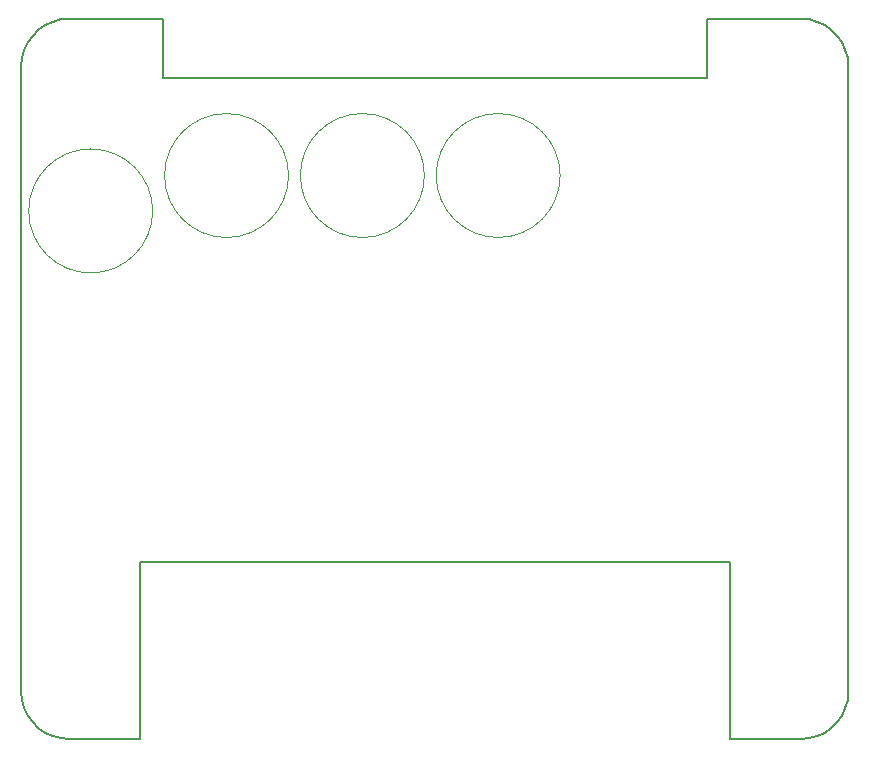
<source format=gm1>
G04*
G04 #@! TF.GenerationSoftware,Altium Limited,Altium Designer,20.2.6 (244)*
G04*
G04 Layer_Color=16711935*
%FSLAX25Y25*%
%MOIN*%
G70*
G04*
G04 #@! TF.SameCoordinates,D736F6B9-9090-4B46-9E75-5C41576542F1*
G04*
G04*
G04 #@! TF.FilePolarity,Positive*
G04*
G01*
G75*
%ADD11C,0.00500*%
%ADD40C,0.00079*%
D11*
X256453Y162500D02*
X280075D01*
X253718Y162739D02*
X256453Y162500D01*
X251067Y163450D02*
X253718Y162739D01*
X248579Y164610D02*
X251067Y163450D01*
X246330Y166184D02*
X248579Y164610D01*
X244389Y168125D02*
X246330Y166184D01*
X242815Y170374D02*
X244389Y168125D01*
X241654Y172862D02*
X242815Y170374D01*
X240944Y175513D02*
X241654Y172862D01*
X240705Y178248D02*
X240944Y175513D01*
X240705Y178248D02*
Y386909D01*
X240944Y389644D01*
X241654Y392296D01*
X242815Y394783D01*
X244389Y397032D01*
X246330Y398973D01*
X248579Y400548D01*
X251067Y401708D01*
X253718Y402418D01*
X256453Y402657D01*
X287949D01*
Y382972D02*
Y402657D01*
Y382972D02*
X469051D01*
Y402657D01*
X500547D01*
X503282Y402418D01*
X505933Y401708D01*
X508421Y400548D01*
X510670Y398973D01*
X512611Y397032D01*
X514185Y394783D01*
X515346Y392296D01*
X516056Y389644D01*
X516295Y386909D01*
Y178248D02*
Y386909D01*
X516056Y175513D02*
X516295Y178248D01*
X515346Y172862D02*
X516056Y175513D01*
X514185Y170374D02*
X515346Y172862D01*
X512611Y168125D02*
X514185Y170374D01*
X510670Y166184D02*
X512611Y168125D01*
X508421Y164610D02*
X510670Y166184D01*
X505933Y163450D02*
X508421Y164610D01*
X503282Y162739D02*
X505933Y163450D01*
X500547Y162500D02*
X503282Y162739D01*
X476925Y162500D02*
X500547D01*
X476925D02*
Y221555D01*
X280075D02*
X476925D01*
X280075Y162500D02*
Y221555D01*
D40*
X375000Y350394D02*
G03*
X375000Y350394I-20669J0D01*
G01*
X420276D02*
G03*
X420276Y350394I-20669J0D01*
G01*
X329724D02*
G03*
X329724Y350394I-20669J0D01*
G01*
X284449Y338583D02*
G03*
X284449Y338583I-20669J0D01*
G01*
M02*

</source>
